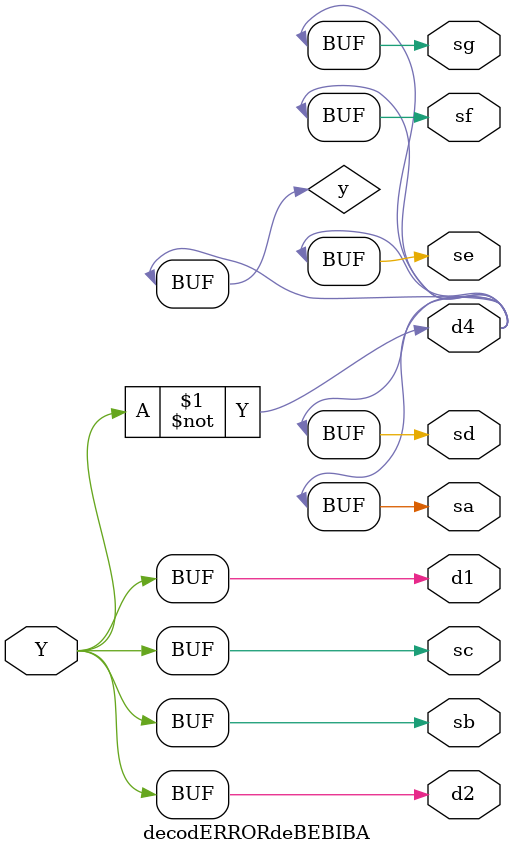
<source format=v>
module decodERRORdeBEBIBA(Y,sa,sb,sc,sd,se,sf,sg,d1,d2,d4);
	input Y;
	output sa,sb,sc,sd,se,sf,sg,d1,d2,d4;
	
	wire y;
	not (y,Y);
	
	buf (d4,y);
	buf (d1,Y);
	buf (d2,Y);

	buf (sa,y);
	buf (sb,Y);
	buf (sc,Y);
	buf (sd,y);
	buf (se,y);
	buf (sf,y);
	buf (sg,y);

endmodule 
</source>
